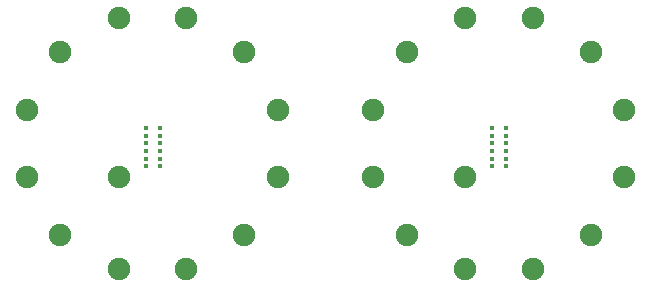
<source format=gbs>
G04 Layer: BottomSolderMaskLayer*
G04 EasyEDA v6.5.22, 2023-02-07 10:05:31*
G04 24e3a34850004dcea71f034b172b0f1c,75b3b602af0e4f63a68ccc19c93352f5,10*
G04 Gerber Generator version 0.2*
G04 Scale: 100 percent, Rotated: No, Reflected: No *
G04 Dimensions in millimeters *
G04 leading zeros omitted , absolute positions ,4 integer and 5 decimal *
%FSLAX45Y45*%
%MOMM*%

%ADD10C,1.9016*%
%ADD11C,0.4516*%

%LPD*%
D10*
G01*
X1062507Y-284708D03*
G01*
X777798Y-777798D03*
G01*
X1062507Y284708D03*
G01*
X777798Y777798D03*
G01*
X284708Y1062507D03*
G01*
X-284708Y1062507D03*
G01*
X-1062507Y284708D03*
G01*
X-1062507Y-284708D03*
G01*
X-284708Y-1062507D03*
G01*
X284708Y-1062507D03*
G01*
X-777798Y-777798D03*
G01*
X-777798Y777798D03*
G01*
X-282803Y-282803D03*
G01*
X3997502Y-284708D03*
G01*
X3712794Y-777798D03*
G01*
X3997502Y284708D03*
G01*
X3712794Y777798D03*
G01*
X3219704Y1062507D03*
G01*
X2650286Y1062507D03*
G01*
X1872488Y284708D03*
G01*
X1872488Y-284708D03*
G01*
X2650286Y-1062507D03*
G01*
X3219704Y-1062507D03*
G01*
X2157196Y-777798D03*
G01*
X2157196Y777798D03*
G01*
X2652191Y-282803D03*
D11*
G01*
X-54990Y127990D03*
G01*
X-54990Y64007D03*
G01*
X-54990Y0D03*
G01*
X-54990Y-64007D03*
G01*
X-54990Y-127990D03*
G01*
X-54990Y-191998D03*
G01*
X64007Y127990D03*
G01*
X64007Y64007D03*
G01*
X64007Y0D03*
G01*
X64007Y-64007D03*
G01*
X64007Y-127990D03*
G01*
X64007Y-191998D03*
G01*
X2999003Y-191998D03*
G01*
X2999003Y-127990D03*
G01*
X2999003Y-64007D03*
G01*
X2999003Y0D03*
G01*
X2999003Y64007D03*
G01*
X2999003Y127990D03*
G01*
X2880004Y-191998D03*
G01*
X2880004Y-127990D03*
G01*
X2880004Y-64007D03*
G01*
X2880004Y0D03*
G01*
X2880004Y64007D03*
G01*
X2880004Y127990D03*
M02*

</source>
